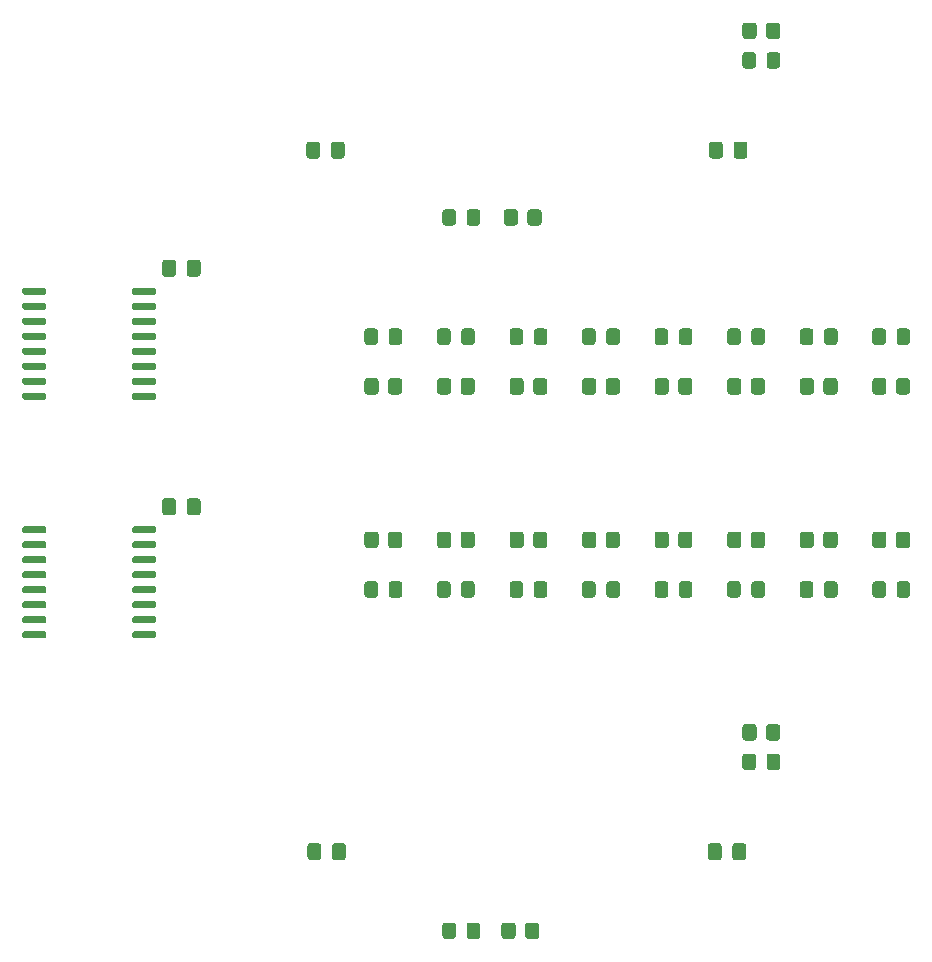
<source format=gtp>
G04 #@! TF.GenerationSoftware,KiCad,Pcbnew,(5.1.9)-1*
G04 #@! TF.CreationDate,2021-10-03T23:50:10-04:00*
G04 #@! TF.ProjectId,ab-register,61622d72-6567-4697-9374-65722e6b6963,1.0*
G04 #@! TF.SameCoordinates,Original*
G04 #@! TF.FileFunction,Paste,Top*
G04 #@! TF.FilePolarity,Positive*
%FSLAX46Y46*%
G04 Gerber Fmt 4.6, Leading zero omitted, Abs format (unit mm)*
G04 Created by KiCad (PCBNEW (5.1.9)-1) date 2021-10-03 23:50:10*
%MOMM*%
%LPD*%
G01*
G04 APERTURE LIST*
G04 APERTURE END LIST*
G36*
G01*
X159700000Y-113349999D02*
X159700000Y-114250001D01*
G75*
G02*
X159450001Y-114500000I-249999J0D01*
G01*
X158749999Y-114500000D01*
G75*
G02*
X158500000Y-114250001I0J249999D01*
G01*
X158500000Y-113349999D01*
G75*
G02*
X158749999Y-113100000I249999J0D01*
G01*
X159450001Y-113100000D01*
G75*
G02*
X159700000Y-113349999I0J-249999D01*
G01*
G37*
G36*
G01*
X161700000Y-113349999D02*
X161700000Y-114250001D01*
G75*
G02*
X161450001Y-114500000I-249999J0D01*
G01*
X160749999Y-114500000D01*
G75*
G02*
X160500000Y-114250001I0J249999D01*
G01*
X160500000Y-113349999D01*
G75*
G02*
X160749999Y-113100000I249999J0D01*
G01*
X161450001Y-113100000D01*
G75*
G02*
X161700000Y-113349999I0J-249999D01*
G01*
G37*
G36*
G01*
X159700000Y-53949999D02*
X159700000Y-54850001D01*
G75*
G02*
X159450001Y-55100000I-249999J0D01*
G01*
X158749999Y-55100000D01*
G75*
G02*
X158500000Y-54850001I0J249999D01*
G01*
X158500000Y-53949999D01*
G75*
G02*
X158749999Y-53700000I249999J0D01*
G01*
X159450001Y-53700000D01*
G75*
G02*
X159700000Y-53949999I0J-249999D01*
G01*
G37*
G36*
G01*
X161700000Y-53949999D02*
X161700000Y-54850001D01*
G75*
G02*
X161450001Y-55100000I-249999J0D01*
G01*
X160749999Y-55100000D01*
G75*
G02*
X160500000Y-54850001I0J249999D01*
G01*
X160500000Y-53949999D01*
G75*
G02*
X160749999Y-53700000I249999J0D01*
G01*
X161450001Y-53700000D01*
G75*
G02*
X161700000Y-53949999I0J-249999D01*
G01*
G37*
G36*
G01*
X140100000Y-131050001D02*
X140100000Y-130149999D01*
G75*
G02*
X140349999Y-129900000I249999J0D01*
G01*
X141050001Y-129900000D01*
G75*
G02*
X141300000Y-130149999I0J-249999D01*
G01*
X141300000Y-131050001D01*
G75*
G02*
X141050001Y-131300000I-249999J0D01*
G01*
X140349999Y-131300000D01*
G75*
G02*
X140100000Y-131050001I0J249999D01*
G01*
G37*
G36*
G01*
X138100000Y-131050001D02*
X138100000Y-130149999D01*
G75*
G02*
X138349999Y-129900000I249999J0D01*
G01*
X139050001Y-129900000D01*
G75*
G02*
X139300000Y-130149999I0J-249999D01*
G01*
X139300000Y-131050001D01*
G75*
G02*
X139050001Y-131300000I-249999J0D01*
G01*
X138349999Y-131300000D01*
G75*
G02*
X138100000Y-131050001I0J249999D01*
G01*
G37*
G36*
G01*
X140300000Y-70650001D02*
X140300000Y-69749999D01*
G75*
G02*
X140549999Y-69500000I249999J0D01*
G01*
X141250001Y-69500000D01*
G75*
G02*
X141500000Y-69749999I0J-249999D01*
G01*
X141500000Y-70650001D01*
G75*
G02*
X141250001Y-70900000I-249999J0D01*
G01*
X140549999Y-70900000D01*
G75*
G02*
X140300000Y-70650001I0J249999D01*
G01*
G37*
G36*
G01*
X138300000Y-70650001D02*
X138300000Y-69749999D01*
G75*
G02*
X138549999Y-69500000I249999J0D01*
G01*
X139250001Y-69500000D01*
G75*
G02*
X139500000Y-69749999I0J-249999D01*
G01*
X139500000Y-70650001D01*
G75*
G02*
X139250001Y-70900000I-249999J0D01*
G01*
X138549999Y-70900000D01*
G75*
G02*
X138300000Y-70650001I0J249999D01*
G01*
G37*
G36*
G01*
X160550000Y-116750001D02*
X160550000Y-115849999D01*
G75*
G02*
X160799999Y-115600000I249999J0D01*
G01*
X161450001Y-115600000D01*
G75*
G02*
X161700000Y-115849999I0J-249999D01*
G01*
X161700000Y-116750001D01*
G75*
G02*
X161450001Y-117000000I-249999J0D01*
G01*
X160799999Y-117000000D01*
G75*
G02*
X160550000Y-116750001I0J249999D01*
G01*
G37*
G36*
G01*
X158500000Y-116750001D02*
X158500000Y-115849999D01*
G75*
G02*
X158749999Y-115600000I249999J0D01*
G01*
X159400001Y-115600000D01*
G75*
G02*
X159650000Y-115849999I0J-249999D01*
G01*
X159650000Y-116750001D01*
G75*
G02*
X159400001Y-117000000I-249999J0D01*
G01*
X158749999Y-117000000D01*
G75*
G02*
X158500000Y-116750001I0J249999D01*
G01*
G37*
G36*
G01*
X160550000Y-57350001D02*
X160550000Y-56449999D01*
G75*
G02*
X160799999Y-56200000I249999J0D01*
G01*
X161450001Y-56200000D01*
G75*
G02*
X161700000Y-56449999I0J-249999D01*
G01*
X161700000Y-57350001D01*
G75*
G02*
X161450001Y-57600000I-249999J0D01*
G01*
X160799999Y-57600000D01*
G75*
G02*
X160550000Y-57350001I0J249999D01*
G01*
G37*
G36*
G01*
X158500000Y-57350001D02*
X158500000Y-56449999D01*
G75*
G02*
X158749999Y-56200000I249999J0D01*
G01*
X159400001Y-56200000D01*
G75*
G02*
X159650000Y-56449999I0J-249999D01*
G01*
X159650000Y-57350001D01*
G75*
G02*
X159400001Y-57600000I-249999J0D01*
G01*
X158749999Y-57600000D01*
G75*
G02*
X158500000Y-57350001I0J249999D01*
G01*
G37*
G36*
G01*
X135150000Y-131050001D02*
X135150000Y-130149999D01*
G75*
G02*
X135399999Y-129900000I249999J0D01*
G01*
X136050001Y-129900000D01*
G75*
G02*
X136300000Y-130149999I0J-249999D01*
G01*
X136300000Y-131050001D01*
G75*
G02*
X136050001Y-131300000I-249999J0D01*
G01*
X135399999Y-131300000D01*
G75*
G02*
X135150000Y-131050001I0J249999D01*
G01*
G37*
G36*
G01*
X133100000Y-131050001D02*
X133100000Y-130149999D01*
G75*
G02*
X133349999Y-129900000I249999J0D01*
G01*
X134000001Y-129900000D01*
G75*
G02*
X134250000Y-130149999I0J-249999D01*
G01*
X134250000Y-131050001D01*
G75*
G02*
X134000001Y-131300000I-249999J0D01*
G01*
X133349999Y-131300000D01*
G75*
G02*
X133100000Y-131050001I0J249999D01*
G01*
G37*
G36*
G01*
X135150000Y-70650001D02*
X135150000Y-69749999D01*
G75*
G02*
X135399999Y-69500000I249999J0D01*
G01*
X136050001Y-69500000D01*
G75*
G02*
X136300000Y-69749999I0J-249999D01*
G01*
X136300000Y-70650001D01*
G75*
G02*
X136050001Y-70900000I-249999J0D01*
G01*
X135399999Y-70900000D01*
G75*
G02*
X135150000Y-70650001I0J249999D01*
G01*
G37*
G36*
G01*
X133100000Y-70650001D02*
X133100000Y-69749999D01*
G75*
G02*
X133349999Y-69500000I249999J0D01*
G01*
X134000001Y-69500000D01*
G75*
G02*
X134250000Y-69749999I0J-249999D01*
G01*
X134250000Y-70650001D01*
G75*
G02*
X134000001Y-70900000I-249999J0D01*
G01*
X133349999Y-70900000D01*
G75*
G02*
X133100000Y-70650001I0J249999D01*
G01*
G37*
G36*
G01*
X122850000Y-123425000D02*
X122850000Y-124375000D01*
G75*
G02*
X122600000Y-124625000I-250000J0D01*
G01*
X121925000Y-124625000D01*
G75*
G02*
X121675000Y-124375000I0J250000D01*
G01*
X121675000Y-123425000D01*
G75*
G02*
X121925000Y-123175000I250000J0D01*
G01*
X122600000Y-123175000D01*
G75*
G02*
X122850000Y-123425000I0J-250000D01*
G01*
G37*
G36*
G01*
X124925000Y-123425000D02*
X124925000Y-124375000D01*
G75*
G02*
X124675000Y-124625000I-250000J0D01*
G01*
X124000000Y-124625000D01*
G75*
G02*
X123750000Y-124375000I0J250000D01*
G01*
X123750000Y-123425000D01*
G75*
G02*
X124000000Y-123175000I250000J0D01*
G01*
X124675000Y-123175000D01*
G75*
G02*
X124925000Y-123425000I0J-250000D01*
G01*
G37*
G36*
G01*
X156750000Y-123425000D02*
X156750000Y-124375000D01*
G75*
G02*
X156500000Y-124625000I-250000J0D01*
G01*
X155825000Y-124625000D01*
G75*
G02*
X155575000Y-124375000I0J250000D01*
G01*
X155575000Y-123425000D01*
G75*
G02*
X155825000Y-123175000I250000J0D01*
G01*
X156500000Y-123175000D01*
G75*
G02*
X156750000Y-123425000I0J-250000D01*
G01*
G37*
G36*
G01*
X158825000Y-123425000D02*
X158825000Y-124375000D01*
G75*
G02*
X158575000Y-124625000I-250000J0D01*
G01*
X157900000Y-124625000D01*
G75*
G02*
X157650000Y-124375000I0J250000D01*
G01*
X157650000Y-123425000D01*
G75*
G02*
X157900000Y-123175000I250000J0D01*
G01*
X158575000Y-123175000D01*
G75*
G02*
X158825000Y-123425000I0J-250000D01*
G01*
G37*
G36*
G01*
X122750000Y-64025000D02*
X122750000Y-64975000D01*
G75*
G02*
X122500000Y-65225000I-250000J0D01*
G01*
X121825000Y-65225000D01*
G75*
G02*
X121575000Y-64975000I0J250000D01*
G01*
X121575000Y-64025000D01*
G75*
G02*
X121825000Y-63775000I250000J0D01*
G01*
X122500000Y-63775000D01*
G75*
G02*
X122750000Y-64025000I0J-250000D01*
G01*
G37*
G36*
G01*
X124825000Y-64025000D02*
X124825000Y-64975000D01*
G75*
G02*
X124575000Y-65225000I-250000J0D01*
G01*
X123900000Y-65225000D01*
G75*
G02*
X123650000Y-64975000I0J250000D01*
G01*
X123650000Y-64025000D01*
G75*
G02*
X123900000Y-63775000I250000J0D01*
G01*
X124575000Y-63775000D01*
G75*
G02*
X124825000Y-64025000I0J-250000D01*
G01*
G37*
G36*
G01*
X156850000Y-64025000D02*
X156850000Y-64975000D01*
G75*
G02*
X156600000Y-65225000I-250000J0D01*
G01*
X155925000Y-65225000D01*
G75*
G02*
X155675000Y-64975000I0J250000D01*
G01*
X155675000Y-64025000D01*
G75*
G02*
X155925000Y-63775000I250000J0D01*
G01*
X156600000Y-63775000D01*
G75*
G02*
X156850000Y-64025000I0J-250000D01*
G01*
G37*
G36*
G01*
X158925000Y-64025000D02*
X158925000Y-64975000D01*
G75*
G02*
X158675000Y-65225000I-250000J0D01*
G01*
X158000000Y-65225000D01*
G75*
G02*
X157750000Y-64975000I0J250000D01*
G01*
X157750000Y-64025000D01*
G75*
G02*
X158000000Y-63775000I250000J0D01*
G01*
X158675000Y-63775000D01*
G75*
G02*
X158925000Y-64025000I0J-250000D01*
G01*
G37*
G36*
G01*
X110550000Y-94225000D02*
X110550000Y-95175000D01*
G75*
G02*
X110300000Y-95425000I-250000J0D01*
G01*
X109625000Y-95425000D01*
G75*
G02*
X109375000Y-95175000I0J250000D01*
G01*
X109375000Y-94225000D01*
G75*
G02*
X109625000Y-93975000I250000J0D01*
G01*
X110300000Y-93975000D01*
G75*
G02*
X110550000Y-94225000I0J-250000D01*
G01*
G37*
G36*
G01*
X112625000Y-94225000D02*
X112625000Y-95175000D01*
G75*
G02*
X112375000Y-95425000I-250000J0D01*
G01*
X111700000Y-95425000D01*
G75*
G02*
X111450000Y-95175000I0J250000D01*
G01*
X111450000Y-94225000D01*
G75*
G02*
X111700000Y-93975000I250000J0D01*
G01*
X112375000Y-93975000D01*
G75*
G02*
X112625000Y-94225000I0J-250000D01*
G01*
G37*
G36*
G01*
X110550000Y-74025000D02*
X110550000Y-74975000D01*
G75*
G02*
X110300000Y-75225000I-250000J0D01*
G01*
X109625000Y-75225000D01*
G75*
G02*
X109375000Y-74975000I0J250000D01*
G01*
X109375000Y-74025000D01*
G75*
G02*
X109625000Y-73775000I250000J0D01*
G01*
X110300000Y-73775000D01*
G75*
G02*
X110550000Y-74025000I0J-250000D01*
G01*
G37*
G36*
G01*
X112625000Y-74025000D02*
X112625000Y-74975000D01*
G75*
G02*
X112375000Y-75225000I-250000J0D01*
G01*
X111700000Y-75225000D01*
G75*
G02*
X111450000Y-74975000I0J250000D01*
G01*
X111450000Y-74025000D01*
G75*
G02*
X111700000Y-73775000I250000J0D01*
G01*
X112375000Y-73775000D01*
G75*
G02*
X112625000Y-74025000I0J-250000D01*
G01*
G37*
G36*
G01*
X106825000Y-96805000D02*
X106825000Y-96505000D01*
G75*
G02*
X106975000Y-96355000I150000J0D01*
G01*
X108725000Y-96355000D01*
G75*
G02*
X108875000Y-96505000I0J-150000D01*
G01*
X108875000Y-96805000D01*
G75*
G02*
X108725000Y-96955000I-150000J0D01*
G01*
X106975000Y-96955000D01*
G75*
G02*
X106825000Y-96805000I0J150000D01*
G01*
G37*
G36*
G01*
X106825000Y-98075000D02*
X106825000Y-97775000D01*
G75*
G02*
X106975000Y-97625000I150000J0D01*
G01*
X108725000Y-97625000D01*
G75*
G02*
X108875000Y-97775000I0J-150000D01*
G01*
X108875000Y-98075000D01*
G75*
G02*
X108725000Y-98225000I-150000J0D01*
G01*
X106975000Y-98225000D01*
G75*
G02*
X106825000Y-98075000I0J150000D01*
G01*
G37*
G36*
G01*
X106825000Y-99345000D02*
X106825000Y-99045000D01*
G75*
G02*
X106975000Y-98895000I150000J0D01*
G01*
X108725000Y-98895000D01*
G75*
G02*
X108875000Y-99045000I0J-150000D01*
G01*
X108875000Y-99345000D01*
G75*
G02*
X108725000Y-99495000I-150000J0D01*
G01*
X106975000Y-99495000D01*
G75*
G02*
X106825000Y-99345000I0J150000D01*
G01*
G37*
G36*
G01*
X106825000Y-100615000D02*
X106825000Y-100315000D01*
G75*
G02*
X106975000Y-100165000I150000J0D01*
G01*
X108725000Y-100165000D01*
G75*
G02*
X108875000Y-100315000I0J-150000D01*
G01*
X108875000Y-100615000D01*
G75*
G02*
X108725000Y-100765000I-150000J0D01*
G01*
X106975000Y-100765000D01*
G75*
G02*
X106825000Y-100615000I0J150000D01*
G01*
G37*
G36*
G01*
X106825000Y-101885000D02*
X106825000Y-101585000D01*
G75*
G02*
X106975000Y-101435000I150000J0D01*
G01*
X108725000Y-101435000D01*
G75*
G02*
X108875000Y-101585000I0J-150000D01*
G01*
X108875000Y-101885000D01*
G75*
G02*
X108725000Y-102035000I-150000J0D01*
G01*
X106975000Y-102035000D01*
G75*
G02*
X106825000Y-101885000I0J150000D01*
G01*
G37*
G36*
G01*
X106825000Y-103155000D02*
X106825000Y-102855000D01*
G75*
G02*
X106975000Y-102705000I150000J0D01*
G01*
X108725000Y-102705000D01*
G75*
G02*
X108875000Y-102855000I0J-150000D01*
G01*
X108875000Y-103155000D01*
G75*
G02*
X108725000Y-103305000I-150000J0D01*
G01*
X106975000Y-103305000D01*
G75*
G02*
X106825000Y-103155000I0J150000D01*
G01*
G37*
G36*
G01*
X106825000Y-104425000D02*
X106825000Y-104125000D01*
G75*
G02*
X106975000Y-103975000I150000J0D01*
G01*
X108725000Y-103975000D01*
G75*
G02*
X108875000Y-104125000I0J-150000D01*
G01*
X108875000Y-104425000D01*
G75*
G02*
X108725000Y-104575000I-150000J0D01*
G01*
X106975000Y-104575000D01*
G75*
G02*
X106825000Y-104425000I0J150000D01*
G01*
G37*
G36*
G01*
X106825000Y-105695000D02*
X106825000Y-105395000D01*
G75*
G02*
X106975000Y-105245000I150000J0D01*
G01*
X108725000Y-105245000D01*
G75*
G02*
X108875000Y-105395000I0J-150000D01*
G01*
X108875000Y-105695000D01*
G75*
G02*
X108725000Y-105845000I-150000J0D01*
G01*
X106975000Y-105845000D01*
G75*
G02*
X106825000Y-105695000I0J150000D01*
G01*
G37*
G36*
G01*
X97525000Y-105695000D02*
X97525000Y-105395000D01*
G75*
G02*
X97675000Y-105245000I150000J0D01*
G01*
X99425000Y-105245000D01*
G75*
G02*
X99575000Y-105395000I0J-150000D01*
G01*
X99575000Y-105695000D01*
G75*
G02*
X99425000Y-105845000I-150000J0D01*
G01*
X97675000Y-105845000D01*
G75*
G02*
X97525000Y-105695000I0J150000D01*
G01*
G37*
G36*
G01*
X97525000Y-104425000D02*
X97525000Y-104125000D01*
G75*
G02*
X97675000Y-103975000I150000J0D01*
G01*
X99425000Y-103975000D01*
G75*
G02*
X99575000Y-104125000I0J-150000D01*
G01*
X99575000Y-104425000D01*
G75*
G02*
X99425000Y-104575000I-150000J0D01*
G01*
X97675000Y-104575000D01*
G75*
G02*
X97525000Y-104425000I0J150000D01*
G01*
G37*
G36*
G01*
X97525000Y-103155000D02*
X97525000Y-102855000D01*
G75*
G02*
X97675000Y-102705000I150000J0D01*
G01*
X99425000Y-102705000D01*
G75*
G02*
X99575000Y-102855000I0J-150000D01*
G01*
X99575000Y-103155000D01*
G75*
G02*
X99425000Y-103305000I-150000J0D01*
G01*
X97675000Y-103305000D01*
G75*
G02*
X97525000Y-103155000I0J150000D01*
G01*
G37*
G36*
G01*
X97525000Y-101885000D02*
X97525000Y-101585000D01*
G75*
G02*
X97675000Y-101435000I150000J0D01*
G01*
X99425000Y-101435000D01*
G75*
G02*
X99575000Y-101585000I0J-150000D01*
G01*
X99575000Y-101885000D01*
G75*
G02*
X99425000Y-102035000I-150000J0D01*
G01*
X97675000Y-102035000D01*
G75*
G02*
X97525000Y-101885000I0J150000D01*
G01*
G37*
G36*
G01*
X97525000Y-100615000D02*
X97525000Y-100315000D01*
G75*
G02*
X97675000Y-100165000I150000J0D01*
G01*
X99425000Y-100165000D01*
G75*
G02*
X99575000Y-100315000I0J-150000D01*
G01*
X99575000Y-100615000D01*
G75*
G02*
X99425000Y-100765000I-150000J0D01*
G01*
X97675000Y-100765000D01*
G75*
G02*
X97525000Y-100615000I0J150000D01*
G01*
G37*
G36*
G01*
X97525000Y-99345000D02*
X97525000Y-99045000D01*
G75*
G02*
X97675000Y-98895000I150000J0D01*
G01*
X99425000Y-98895000D01*
G75*
G02*
X99575000Y-99045000I0J-150000D01*
G01*
X99575000Y-99345000D01*
G75*
G02*
X99425000Y-99495000I-150000J0D01*
G01*
X97675000Y-99495000D01*
G75*
G02*
X97525000Y-99345000I0J150000D01*
G01*
G37*
G36*
G01*
X97525000Y-98075000D02*
X97525000Y-97775000D01*
G75*
G02*
X97675000Y-97625000I150000J0D01*
G01*
X99425000Y-97625000D01*
G75*
G02*
X99575000Y-97775000I0J-150000D01*
G01*
X99575000Y-98075000D01*
G75*
G02*
X99425000Y-98225000I-150000J0D01*
G01*
X97675000Y-98225000D01*
G75*
G02*
X97525000Y-98075000I0J150000D01*
G01*
G37*
G36*
G01*
X97525000Y-96805000D02*
X97525000Y-96505000D01*
G75*
G02*
X97675000Y-96355000I150000J0D01*
G01*
X99425000Y-96355000D01*
G75*
G02*
X99575000Y-96505000I0J-150000D01*
G01*
X99575000Y-96805000D01*
G75*
G02*
X99425000Y-96955000I-150000J0D01*
G01*
X97675000Y-96955000D01*
G75*
G02*
X97525000Y-96805000I0J150000D01*
G01*
G37*
G36*
G01*
X106825000Y-76605000D02*
X106825000Y-76305000D01*
G75*
G02*
X106975000Y-76155000I150000J0D01*
G01*
X108725000Y-76155000D01*
G75*
G02*
X108875000Y-76305000I0J-150000D01*
G01*
X108875000Y-76605000D01*
G75*
G02*
X108725000Y-76755000I-150000J0D01*
G01*
X106975000Y-76755000D01*
G75*
G02*
X106825000Y-76605000I0J150000D01*
G01*
G37*
G36*
G01*
X106825000Y-77875000D02*
X106825000Y-77575000D01*
G75*
G02*
X106975000Y-77425000I150000J0D01*
G01*
X108725000Y-77425000D01*
G75*
G02*
X108875000Y-77575000I0J-150000D01*
G01*
X108875000Y-77875000D01*
G75*
G02*
X108725000Y-78025000I-150000J0D01*
G01*
X106975000Y-78025000D01*
G75*
G02*
X106825000Y-77875000I0J150000D01*
G01*
G37*
G36*
G01*
X106825000Y-79145000D02*
X106825000Y-78845000D01*
G75*
G02*
X106975000Y-78695000I150000J0D01*
G01*
X108725000Y-78695000D01*
G75*
G02*
X108875000Y-78845000I0J-150000D01*
G01*
X108875000Y-79145000D01*
G75*
G02*
X108725000Y-79295000I-150000J0D01*
G01*
X106975000Y-79295000D01*
G75*
G02*
X106825000Y-79145000I0J150000D01*
G01*
G37*
G36*
G01*
X106825000Y-80415000D02*
X106825000Y-80115000D01*
G75*
G02*
X106975000Y-79965000I150000J0D01*
G01*
X108725000Y-79965000D01*
G75*
G02*
X108875000Y-80115000I0J-150000D01*
G01*
X108875000Y-80415000D01*
G75*
G02*
X108725000Y-80565000I-150000J0D01*
G01*
X106975000Y-80565000D01*
G75*
G02*
X106825000Y-80415000I0J150000D01*
G01*
G37*
G36*
G01*
X106825000Y-81685000D02*
X106825000Y-81385000D01*
G75*
G02*
X106975000Y-81235000I150000J0D01*
G01*
X108725000Y-81235000D01*
G75*
G02*
X108875000Y-81385000I0J-150000D01*
G01*
X108875000Y-81685000D01*
G75*
G02*
X108725000Y-81835000I-150000J0D01*
G01*
X106975000Y-81835000D01*
G75*
G02*
X106825000Y-81685000I0J150000D01*
G01*
G37*
G36*
G01*
X106825000Y-82955000D02*
X106825000Y-82655000D01*
G75*
G02*
X106975000Y-82505000I150000J0D01*
G01*
X108725000Y-82505000D01*
G75*
G02*
X108875000Y-82655000I0J-150000D01*
G01*
X108875000Y-82955000D01*
G75*
G02*
X108725000Y-83105000I-150000J0D01*
G01*
X106975000Y-83105000D01*
G75*
G02*
X106825000Y-82955000I0J150000D01*
G01*
G37*
G36*
G01*
X106825000Y-84225000D02*
X106825000Y-83925000D01*
G75*
G02*
X106975000Y-83775000I150000J0D01*
G01*
X108725000Y-83775000D01*
G75*
G02*
X108875000Y-83925000I0J-150000D01*
G01*
X108875000Y-84225000D01*
G75*
G02*
X108725000Y-84375000I-150000J0D01*
G01*
X106975000Y-84375000D01*
G75*
G02*
X106825000Y-84225000I0J150000D01*
G01*
G37*
G36*
G01*
X106825000Y-85495000D02*
X106825000Y-85195000D01*
G75*
G02*
X106975000Y-85045000I150000J0D01*
G01*
X108725000Y-85045000D01*
G75*
G02*
X108875000Y-85195000I0J-150000D01*
G01*
X108875000Y-85495000D01*
G75*
G02*
X108725000Y-85645000I-150000J0D01*
G01*
X106975000Y-85645000D01*
G75*
G02*
X106825000Y-85495000I0J150000D01*
G01*
G37*
G36*
G01*
X97525000Y-85495000D02*
X97525000Y-85195000D01*
G75*
G02*
X97675000Y-85045000I150000J0D01*
G01*
X99425000Y-85045000D01*
G75*
G02*
X99575000Y-85195000I0J-150000D01*
G01*
X99575000Y-85495000D01*
G75*
G02*
X99425000Y-85645000I-150000J0D01*
G01*
X97675000Y-85645000D01*
G75*
G02*
X97525000Y-85495000I0J150000D01*
G01*
G37*
G36*
G01*
X97525000Y-84225000D02*
X97525000Y-83925000D01*
G75*
G02*
X97675000Y-83775000I150000J0D01*
G01*
X99425000Y-83775000D01*
G75*
G02*
X99575000Y-83925000I0J-150000D01*
G01*
X99575000Y-84225000D01*
G75*
G02*
X99425000Y-84375000I-150000J0D01*
G01*
X97675000Y-84375000D01*
G75*
G02*
X97525000Y-84225000I0J150000D01*
G01*
G37*
G36*
G01*
X97525000Y-82955000D02*
X97525000Y-82655000D01*
G75*
G02*
X97675000Y-82505000I150000J0D01*
G01*
X99425000Y-82505000D01*
G75*
G02*
X99575000Y-82655000I0J-150000D01*
G01*
X99575000Y-82955000D01*
G75*
G02*
X99425000Y-83105000I-150000J0D01*
G01*
X97675000Y-83105000D01*
G75*
G02*
X97525000Y-82955000I0J150000D01*
G01*
G37*
G36*
G01*
X97525000Y-81685000D02*
X97525000Y-81385000D01*
G75*
G02*
X97675000Y-81235000I150000J0D01*
G01*
X99425000Y-81235000D01*
G75*
G02*
X99575000Y-81385000I0J-150000D01*
G01*
X99575000Y-81685000D01*
G75*
G02*
X99425000Y-81835000I-150000J0D01*
G01*
X97675000Y-81835000D01*
G75*
G02*
X97525000Y-81685000I0J150000D01*
G01*
G37*
G36*
G01*
X97525000Y-80415000D02*
X97525000Y-80115000D01*
G75*
G02*
X97675000Y-79965000I150000J0D01*
G01*
X99425000Y-79965000D01*
G75*
G02*
X99575000Y-80115000I0J-150000D01*
G01*
X99575000Y-80415000D01*
G75*
G02*
X99425000Y-80565000I-150000J0D01*
G01*
X97675000Y-80565000D01*
G75*
G02*
X97525000Y-80415000I0J150000D01*
G01*
G37*
G36*
G01*
X97525000Y-79145000D02*
X97525000Y-78845000D01*
G75*
G02*
X97675000Y-78695000I150000J0D01*
G01*
X99425000Y-78695000D01*
G75*
G02*
X99575000Y-78845000I0J-150000D01*
G01*
X99575000Y-79145000D01*
G75*
G02*
X99425000Y-79295000I-150000J0D01*
G01*
X97675000Y-79295000D01*
G75*
G02*
X97525000Y-79145000I0J150000D01*
G01*
G37*
G36*
G01*
X97525000Y-77875000D02*
X97525000Y-77575000D01*
G75*
G02*
X97675000Y-77425000I150000J0D01*
G01*
X99425000Y-77425000D01*
G75*
G02*
X99575000Y-77575000I0J-150000D01*
G01*
X99575000Y-77875000D01*
G75*
G02*
X99425000Y-78025000I-150000J0D01*
G01*
X97675000Y-78025000D01*
G75*
G02*
X97525000Y-77875000I0J150000D01*
G01*
G37*
G36*
G01*
X97525000Y-76605000D02*
X97525000Y-76305000D01*
G75*
G02*
X97675000Y-76155000I150000J0D01*
G01*
X99425000Y-76155000D01*
G75*
G02*
X99575000Y-76305000I0J-150000D01*
G01*
X99575000Y-76605000D01*
G75*
G02*
X99425000Y-76755000I-150000J0D01*
G01*
X97675000Y-76755000D01*
G75*
G02*
X97525000Y-76605000I0J150000D01*
G01*
G37*
G36*
G01*
X128500000Y-97950001D02*
X128500000Y-97049999D01*
G75*
G02*
X128749999Y-96800000I249999J0D01*
G01*
X129450001Y-96800000D01*
G75*
G02*
X129700000Y-97049999I0J-249999D01*
G01*
X129700000Y-97950001D01*
G75*
G02*
X129450001Y-98200000I-249999J0D01*
G01*
X128749999Y-98200000D01*
G75*
G02*
X128500000Y-97950001I0J249999D01*
G01*
G37*
G36*
G01*
X126500000Y-97950001D02*
X126500000Y-97049999D01*
G75*
G02*
X126749999Y-96800000I249999J0D01*
G01*
X127450001Y-96800000D01*
G75*
G02*
X127700000Y-97049999I0J-249999D01*
G01*
X127700000Y-97950001D01*
G75*
G02*
X127450001Y-98200000I-249999J0D01*
G01*
X126749999Y-98200000D01*
G75*
G02*
X126500000Y-97950001I0J249999D01*
G01*
G37*
G36*
G01*
X134642857Y-97950001D02*
X134642857Y-97049999D01*
G75*
G02*
X134892856Y-96800000I249999J0D01*
G01*
X135592858Y-96800000D01*
G75*
G02*
X135842857Y-97049999I0J-249999D01*
G01*
X135842857Y-97950001D01*
G75*
G02*
X135592858Y-98200000I-249999J0D01*
G01*
X134892856Y-98200000D01*
G75*
G02*
X134642857Y-97950001I0J249999D01*
G01*
G37*
G36*
G01*
X132642857Y-97950001D02*
X132642857Y-97049999D01*
G75*
G02*
X132892856Y-96800000I249999J0D01*
G01*
X133592858Y-96800000D01*
G75*
G02*
X133842857Y-97049999I0J-249999D01*
G01*
X133842857Y-97950001D01*
G75*
G02*
X133592858Y-98200000I-249999J0D01*
G01*
X132892856Y-98200000D01*
G75*
G02*
X132642857Y-97950001I0J249999D01*
G01*
G37*
G36*
G01*
X140785714Y-97950001D02*
X140785714Y-97049999D01*
G75*
G02*
X141035713Y-96800000I249999J0D01*
G01*
X141735715Y-96800000D01*
G75*
G02*
X141985714Y-97049999I0J-249999D01*
G01*
X141985714Y-97950001D01*
G75*
G02*
X141735715Y-98200000I-249999J0D01*
G01*
X141035713Y-98200000D01*
G75*
G02*
X140785714Y-97950001I0J249999D01*
G01*
G37*
G36*
G01*
X138785714Y-97950001D02*
X138785714Y-97049999D01*
G75*
G02*
X139035713Y-96800000I249999J0D01*
G01*
X139735715Y-96800000D01*
G75*
G02*
X139985714Y-97049999I0J-249999D01*
G01*
X139985714Y-97950001D01*
G75*
G02*
X139735715Y-98200000I-249999J0D01*
G01*
X139035713Y-98200000D01*
G75*
G02*
X138785714Y-97950001I0J249999D01*
G01*
G37*
G36*
G01*
X146928571Y-97950001D02*
X146928571Y-97049999D01*
G75*
G02*
X147178570Y-96800000I249999J0D01*
G01*
X147878572Y-96800000D01*
G75*
G02*
X148128571Y-97049999I0J-249999D01*
G01*
X148128571Y-97950001D01*
G75*
G02*
X147878572Y-98200000I-249999J0D01*
G01*
X147178570Y-98200000D01*
G75*
G02*
X146928571Y-97950001I0J249999D01*
G01*
G37*
G36*
G01*
X144928571Y-97950001D02*
X144928571Y-97049999D01*
G75*
G02*
X145178570Y-96800000I249999J0D01*
G01*
X145878572Y-96800000D01*
G75*
G02*
X146128571Y-97049999I0J-249999D01*
G01*
X146128571Y-97950001D01*
G75*
G02*
X145878572Y-98200000I-249999J0D01*
G01*
X145178570Y-98200000D01*
G75*
G02*
X144928571Y-97950001I0J249999D01*
G01*
G37*
G36*
G01*
X153071428Y-97950001D02*
X153071428Y-97049999D01*
G75*
G02*
X153321427Y-96800000I249999J0D01*
G01*
X154021429Y-96800000D01*
G75*
G02*
X154271428Y-97049999I0J-249999D01*
G01*
X154271428Y-97950001D01*
G75*
G02*
X154021429Y-98200000I-249999J0D01*
G01*
X153321427Y-98200000D01*
G75*
G02*
X153071428Y-97950001I0J249999D01*
G01*
G37*
G36*
G01*
X151071428Y-97950001D02*
X151071428Y-97049999D01*
G75*
G02*
X151321427Y-96800000I249999J0D01*
G01*
X152021429Y-96800000D01*
G75*
G02*
X152271428Y-97049999I0J-249999D01*
G01*
X152271428Y-97950001D01*
G75*
G02*
X152021429Y-98200000I-249999J0D01*
G01*
X151321427Y-98200000D01*
G75*
G02*
X151071428Y-97950001I0J249999D01*
G01*
G37*
G36*
G01*
X159214285Y-97950001D02*
X159214285Y-97049999D01*
G75*
G02*
X159464284Y-96800000I249999J0D01*
G01*
X160164286Y-96800000D01*
G75*
G02*
X160414285Y-97049999I0J-249999D01*
G01*
X160414285Y-97950001D01*
G75*
G02*
X160164286Y-98200000I-249999J0D01*
G01*
X159464284Y-98200000D01*
G75*
G02*
X159214285Y-97950001I0J249999D01*
G01*
G37*
G36*
G01*
X157214285Y-97950001D02*
X157214285Y-97049999D01*
G75*
G02*
X157464284Y-96800000I249999J0D01*
G01*
X158164286Y-96800000D01*
G75*
G02*
X158414285Y-97049999I0J-249999D01*
G01*
X158414285Y-97950001D01*
G75*
G02*
X158164286Y-98200000I-249999J0D01*
G01*
X157464284Y-98200000D01*
G75*
G02*
X157214285Y-97950001I0J249999D01*
G01*
G37*
G36*
G01*
X165357142Y-97950001D02*
X165357142Y-97049999D01*
G75*
G02*
X165607141Y-96800000I249999J0D01*
G01*
X166307143Y-96800000D01*
G75*
G02*
X166557142Y-97049999I0J-249999D01*
G01*
X166557142Y-97950001D01*
G75*
G02*
X166307143Y-98200000I-249999J0D01*
G01*
X165607141Y-98200000D01*
G75*
G02*
X165357142Y-97950001I0J249999D01*
G01*
G37*
G36*
G01*
X163357142Y-97950001D02*
X163357142Y-97049999D01*
G75*
G02*
X163607141Y-96800000I249999J0D01*
G01*
X164307143Y-96800000D01*
G75*
G02*
X164557142Y-97049999I0J-249999D01*
G01*
X164557142Y-97950001D01*
G75*
G02*
X164307143Y-98200000I-249999J0D01*
G01*
X163607141Y-98200000D01*
G75*
G02*
X163357142Y-97950001I0J249999D01*
G01*
G37*
G36*
G01*
X171500000Y-97950001D02*
X171500000Y-97049999D01*
G75*
G02*
X171749999Y-96800000I249999J0D01*
G01*
X172450001Y-96800000D01*
G75*
G02*
X172700000Y-97049999I0J-249999D01*
G01*
X172700000Y-97950001D01*
G75*
G02*
X172450001Y-98200000I-249999J0D01*
G01*
X171749999Y-98200000D01*
G75*
G02*
X171500000Y-97950001I0J249999D01*
G01*
G37*
G36*
G01*
X169500000Y-97950001D02*
X169500000Y-97049999D01*
G75*
G02*
X169749999Y-96800000I249999J0D01*
G01*
X170450001Y-96800000D01*
G75*
G02*
X170700000Y-97049999I0J-249999D01*
G01*
X170700000Y-97950001D01*
G75*
G02*
X170450001Y-98200000I-249999J0D01*
G01*
X169749999Y-98200000D01*
G75*
G02*
X169500000Y-97950001I0J249999D01*
G01*
G37*
G36*
G01*
X128500000Y-84950001D02*
X128500000Y-84049999D01*
G75*
G02*
X128749999Y-83800000I249999J0D01*
G01*
X129450001Y-83800000D01*
G75*
G02*
X129700000Y-84049999I0J-249999D01*
G01*
X129700000Y-84950001D01*
G75*
G02*
X129450001Y-85200000I-249999J0D01*
G01*
X128749999Y-85200000D01*
G75*
G02*
X128500000Y-84950001I0J249999D01*
G01*
G37*
G36*
G01*
X126500000Y-84950001D02*
X126500000Y-84049999D01*
G75*
G02*
X126749999Y-83800000I249999J0D01*
G01*
X127450001Y-83800000D01*
G75*
G02*
X127700000Y-84049999I0J-249999D01*
G01*
X127700000Y-84950001D01*
G75*
G02*
X127450001Y-85200000I-249999J0D01*
G01*
X126749999Y-85200000D01*
G75*
G02*
X126500000Y-84950001I0J249999D01*
G01*
G37*
G36*
G01*
X134642857Y-84950001D02*
X134642857Y-84049999D01*
G75*
G02*
X134892856Y-83800000I249999J0D01*
G01*
X135592858Y-83800000D01*
G75*
G02*
X135842857Y-84049999I0J-249999D01*
G01*
X135842857Y-84950001D01*
G75*
G02*
X135592858Y-85200000I-249999J0D01*
G01*
X134892856Y-85200000D01*
G75*
G02*
X134642857Y-84950001I0J249999D01*
G01*
G37*
G36*
G01*
X132642857Y-84950001D02*
X132642857Y-84049999D01*
G75*
G02*
X132892856Y-83800000I249999J0D01*
G01*
X133592858Y-83800000D01*
G75*
G02*
X133842857Y-84049999I0J-249999D01*
G01*
X133842857Y-84950001D01*
G75*
G02*
X133592858Y-85200000I-249999J0D01*
G01*
X132892856Y-85200000D01*
G75*
G02*
X132642857Y-84950001I0J249999D01*
G01*
G37*
G36*
G01*
X140785714Y-84950001D02*
X140785714Y-84049999D01*
G75*
G02*
X141035713Y-83800000I249999J0D01*
G01*
X141735715Y-83800000D01*
G75*
G02*
X141985714Y-84049999I0J-249999D01*
G01*
X141985714Y-84950001D01*
G75*
G02*
X141735715Y-85200000I-249999J0D01*
G01*
X141035713Y-85200000D01*
G75*
G02*
X140785714Y-84950001I0J249999D01*
G01*
G37*
G36*
G01*
X138785714Y-84950001D02*
X138785714Y-84049999D01*
G75*
G02*
X139035713Y-83800000I249999J0D01*
G01*
X139735715Y-83800000D01*
G75*
G02*
X139985714Y-84049999I0J-249999D01*
G01*
X139985714Y-84950001D01*
G75*
G02*
X139735715Y-85200000I-249999J0D01*
G01*
X139035713Y-85200000D01*
G75*
G02*
X138785714Y-84950001I0J249999D01*
G01*
G37*
G36*
G01*
X146928571Y-84950001D02*
X146928571Y-84049999D01*
G75*
G02*
X147178570Y-83800000I249999J0D01*
G01*
X147878572Y-83800000D01*
G75*
G02*
X148128571Y-84049999I0J-249999D01*
G01*
X148128571Y-84950001D01*
G75*
G02*
X147878572Y-85200000I-249999J0D01*
G01*
X147178570Y-85200000D01*
G75*
G02*
X146928571Y-84950001I0J249999D01*
G01*
G37*
G36*
G01*
X144928571Y-84950001D02*
X144928571Y-84049999D01*
G75*
G02*
X145178570Y-83800000I249999J0D01*
G01*
X145878572Y-83800000D01*
G75*
G02*
X146128571Y-84049999I0J-249999D01*
G01*
X146128571Y-84950001D01*
G75*
G02*
X145878572Y-85200000I-249999J0D01*
G01*
X145178570Y-85200000D01*
G75*
G02*
X144928571Y-84950001I0J249999D01*
G01*
G37*
G36*
G01*
X153071428Y-84950001D02*
X153071428Y-84049999D01*
G75*
G02*
X153321427Y-83800000I249999J0D01*
G01*
X154021429Y-83800000D01*
G75*
G02*
X154271428Y-84049999I0J-249999D01*
G01*
X154271428Y-84950001D01*
G75*
G02*
X154021429Y-85200000I-249999J0D01*
G01*
X153321427Y-85200000D01*
G75*
G02*
X153071428Y-84950001I0J249999D01*
G01*
G37*
G36*
G01*
X151071428Y-84950001D02*
X151071428Y-84049999D01*
G75*
G02*
X151321427Y-83800000I249999J0D01*
G01*
X152021429Y-83800000D01*
G75*
G02*
X152271428Y-84049999I0J-249999D01*
G01*
X152271428Y-84950001D01*
G75*
G02*
X152021429Y-85200000I-249999J0D01*
G01*
X151321427Y-85200000D01*
G75*
G02*
X151071428Y-84950001I0J249999D01*
G01*
G37*
G36*
G01*
X159214285Y-84950001D02*
X159214285Y-84049999D01*
G75*
G02*
X159464284Y-83800000I249999J0D01*
G01*
X160164286Y-83800000D01*
G75*
G02*
X160414285Y-84049999I0J-249999D01*
G01*
X160414285Y-84950001D01*
G75*
G02*
X160164286Y-85200000I-249999J0D01*
G01*
X159464284Y-85200000D01*
G75*
G02*
X159214285Y-84950001I0J249999D01*
G01*
G37*
G36*
G01*
X157214285Y-84950001D02*
X157214285Y-84049999D01*
G75*
G02*
X157464284Y-83800000I249999J0D01*
G01*
X158164286Y-83800000D01*
G75*
G02*
X158414285Y-84049999I0J-249999D01*
G01*
X158414285Y-84950001D01*
G75*
G02*
X158164286Y-85200000I-249999J0D01*
G01*
X157464284Y-85200000D01*
G75*
G02*
X157214285Y-84950001I0J249999D01*
G01*
G37*
G36*
G01*
X165357142Y-84950001D02*
X165357142Y-84049999D01*
G75*
G02*
X165607141Y-83800000I249999J0D01*
G01*
X166307143Y-83800000D01*
G75*
G02*
X166557142Y-84049999I0J-249999D01*
G01*
X166557142Y-84950001D01*
G75*
G02*
X166307143Y-85200000I-249999J0D01*
G01*
X165607141Y-85200000D01*
G75*
G02*
X165357142Y-84950001I0J249999D01*
G01*
G37*
G36*
G01*
X163357142Y-84950001D02*
X163357142Y-84049999D01*
G75*
G02*
X163607141Y-83800000I249999J0D01*
G01*
X164307143Y-83800000D01*
G75*
G02*
X164557142Y-84049999I0J-249999D01*
G01*
X164557142Y-84950001D01*
G75*
G02*
X164307143Y-85200000I-249999J0D01*
G01*
X163607141Y-85200000D01*
G75*
G02*
X163357142Y-84950001I0J249999D01*
G01*
G37*
G36*
G01*
X171500000Y-84950001D02*
X171500000Y-84049999D01*
G75*
G02*
X171749999Y-83800000I249999J0D01*
G01*
X172450001Y-83800000D01*
G75*
G02*
X172700000Y-84049999I0J-249999D01*
G01*
X172700000Y-84950001D01*
G75*
G02*
X172450001Y-85200000I-249999J0D01*
G01*
X171749999Y-85200000D01*
G75*
G02*
X171500000Y-84950001I0J249999D01*
G01*
G37*
G36*
G01*
X169500000Y-84950001D02*
X169500000Y-84049999D01*
G75*
G02*
X169749999Y-83800000I249999J0D01*
G01*
X170450001Y-83800000D01*
G75*
G02*
X170700000Y-84049999I0J-249999D01*
G01*
X170700000Y-84950001D01*
G75*
G02*
X170450001Y-85200000I-249999J0D01*
G01*
X169749999Y-85200000D01*
G75*
G02*
X169500000Y-84950001I0J249999D01*
G01*
G37*
G36*
G01*
X127650000Y-101249999D02*
X127650000Y-102150001D01*
G75*
G02*
X127400001Y-102400000I-249999J0D01*
G01*
X126749999Y-102400000D01*
G75*
G02*
X126500000Y-102150001I0J249999D01*
G01*
X126500000Y-101249999D01*
G75*
G02*
X126749999Y-101000000I249999J0D01*
G01*
X127400001Y-101000000D01*
G75*
G02*
X127650000Y-101249999I0J-249999D01*
G01*
G37*
G36*
G01*
X129700000Y-101249999D02*
X129700000Y-102150001D01*
G75*
G02*
X129450001Y-102400000I-249999J0D01*
G01*
X128799999Y-102400000D01*
G75*
G02*
X128550000Y-102150001I0J249999D01*
G01*
X128550000Y-101249999D01*
G75*
G02*
X128799999Y-101000000I249999J0D01*
G01*
X129450001Y-101000000D01*
G75*
G02*
X129700000Y-101249999I0J-249999D01*
G01*
G37*
G36*
G01*
X133792857Y-101249999D02*
X133792857Y-102150001D01*
G75*
G02*
X133542858Y-102400000I-249999J0D01*
G01*
X132892856Y-102400000D01*
G75*
G02*
X132642857Y-102150001I0J249999D01*
G01*
X132642857Y-101249999D01*
G75*
G02*
X132892856Y-101000000I249999J0D01*
G01*
X133542858Y-101000000D01*
G75*
G02*
X133792857Y-101249999I0J-249999D01*
G01*
G37*
G36*
G01*
X135842857Y-101249999D02*
X135842857Y-102150001D01*
G75*
G02*
X135592858Y-102400000I-249999J0D01*
G01*
X134942856Y-102400000D01*
G75*
G02*
X134692857Y-102150001I0J249999D01*
G01*
X134692857Y-101249999D01*
G75*
G02*
X134942856Y-101000000I249999J0D01*
G01*
X135592858Y-101000000D01*
G75*
G02*
X135842857Y-101249999I0J-249999D01*
G01*
G37*
G36*
G01*
X139935714Y-101249999D02*
X139935714Y-102150001D01*
G75*
G02*
X139685715Y-102400000I-249999J0D01*
G01*
X139035713Y-102400000D01*
G75*
G02*
X138785714Y-102150001I0J249999D01*
G01*
X138785714Y-101249999D01*
G75*
G02*
X139035713Y-101000000I249999J0D01*
G01*
X139685715Y-101000000D01*
G75*
G02*
X139935714Y-101249999I0J-249999D01*
G01*
G37*
G36*
G01*
X141985714Y-101249999D02*
X141985714Y-102150001D01*
G75*
G02*
X141735715Y-102400000I-249999J0D01*
G01*
X141085713Y-102400000D01*
G75*
G02*
X140835714Y-102150001I0J249999D01*
G01*
X140835714Y-101249999D01*
G75*
G02*
X141085713Y-101000000I249999J0D01*
G01*
X141735715Y-101000000D01*
G75*
G02*
X141985714Y-101249999I0J-249999D01*
G01*
G37*
G36*
G01*
X146078571Y-101249999D02*
X146078571Y-102150001D01*
G75*
G02*
X145828572Y-102400000I-249999J0D01*
G01*
X145178570Y-102400000D01*
G75*
G02*
X144928571Y-102150001I0J249999D01*
G01*
X144928571Y-101249999D01*
G75*
G02*
X145178570Y-101000000I249999J0D01*
G01*
X145828572Y-101000000D01*
G75*
G02*
X146078571Y-101249999I0J-249999D01*
G01*
G37*
G36*
G01*
X148128571Y-101249999D02*
X148128571Y-102150001D01*
G75*
G02*
X147878572Y-102400000I-249999J0D01*
G01*
X147228570Y-102400000D01*
G75*
G02*
X146978571Y-102150001I0J249999D01*
G01*
X146978571Y-101249999D01*
G75*
G02*
X147228570Y-101000000I249999J0D01*
G01*
X147878572Y-101000000D01*
G75*
G02*
X148128571Y-101249999I0J-249999D01*
G01*
G37*
G36*
G01*
X152221428Y-101249999D02*
X152221428Y-102150001D01*
G75*
G02*
X151971429Y-102400000I-249999J0D01*
G01*
X151321427Y-102400000D01*
G75*
G02*
X151071428Y-102150001I0J249999D01*
G01*
X151071428Y-101249999D01*
G75*
G02*
X151321427Y-101000000I249999J0D01*
G01*
X151971429Y-101000000D01*
G75*
G02*
X152221428Y-101249999I0J-249999D01*
G01*
G37*
G36*
G01*
X154271428Y-101249999D02*
X154271428Y-102150001D01*
G75*
G02*
X154021429Y-102400000I-249999J0D01*
G01*
X153371427Y-102400000D01*
G75*
G02*
X153121428Y-102150001I0J249999D01*
G01*
X153121428Y-101249999D01*
G75*
G02*
X153371427Y-101000000I249999J0D01*
G01*
X154021429Y-101000000D01*
G75*
G02*
X154271428Y-101249999I0J-249999D01*
G01*
G37*
G36*
G01*
X158364285Y-101249999D02*
X158364285Y-102150001D01*
G75*
G02*
X158114286Y-102400000I-249999J0D01*
G01*
X157464284Y-102400000D01*
G75*
G02*
X157214285Y-102150001I0J249999D01*
G01*
X157214285Y-101249999D01*
G75*
G02*
X157464284Y-101000000I249999J0D01*
G01*
X158114286Y-101000000D01*
G75*
G02*
X158364285Y-101249999I0J-249999D01*
G01*
G37*
G36*
G01*
X160414285Y-101249999D02*
X160414285Y-102150001D01*
G75*
G02*
X160164286Y-102400000I-249999J0D01*
G01*
X159514284Y-102400000D01*
G75*
G02*
X159264285Y-102150001I0J249999D01*
G01*
X159264285Y-101249999D01*
G75*
G02*
X159514284Y-101000000I249999J0D01*
G01*
X160164286Y-101000000D01*
G75*
G02*
X160414285Y-101249999I0J-249999D01*
G01*
G37*
G36*
G01*
X164507142Y-101249999D02*
X164507142Y-102150001D01*
G75*
G02*
X164257143Y-102400000I-249999J0D01*
G01*
X163607141Y-102400000D01*
G75*
G02*
X163357142Y-102150001I0J249999D01*
G01*
X163357142Y-101249999D01*
G75*
G02*
X163607141Y-101000000I249999J0D01*
G01*
X164257143Y-101000000D01*
G75*
G02*
X164507142Y-101249999I0J-249999D01*
G01*
G37*
G36*
G01*
X166557142Y-101249999D02*
X166557142Y-102150001D01*
G75*
G02*
X166307143Y-102400000I-249999J0D01*
G01*
X165657141Y-102400000D01*
G75*
G02*
X165407142Y-102150001I0J249999D01*
G01*
X165407142Y-101249999D01*
G75*
G02*
X165657141Y-101000000I249999J0D01*
G01*
X166307143Y-101000000D01*
G75*
G02*
X166557142Y-101249999I0J-249999D01*
G01*
G37*
G36*
G01*
X170650000Y-101249999D02*
X170650000Y-102150001D01*
G75*
G02*
X170400001Y-102400000I-249999J0D01*
G01*
X169749999Y-102400000D01*
G75*
G02*
X169500000Y-102150001I0J249999D01*
G01*
X169500000Y-101249999D01*
G75*
G02*
X169749999Y-101000000I249999J0D01*
G01*
X170400001Y-101000000D01*
G75*
G02*
X170650000Y-101249999I0J-249999D01*
G01*
G37*
G36*
G01*
X172700000Y-101249999D02*
X172700000Y-102150001D01*
G75*
G02*
X172450001Y-102400000I-249999J0D01*
G01*
X171799999Y-102400000D01*
G75*
G02*
X171550000Y-102150001I0J249999D01*
G01*
X171550000Y-101249999D01*
G75*
G02*
X171799999Y-101000000I249999J0D01*
G01*
X172450001Y-101000000D01*
G75*
G02*
X172700000Y-101249999I0J-249999D01*
G01*
G37*
G36*
G01*
X127650000Y-79849999D02*
X127650000Y-80750001D01*
G75*
G02*
X127400001Y-81000000I-249999J0D01*
G01*
X126749999Y-81000000D01*
G75*
G02*
X126500000Y-80750001I0J249999D01*
G01*
X126500000Y-79849999D01*
G75*
G02*
X126749999Y-79600000I249999J0D01*
G01*
X127400001Y-79600000D01*
G75*
G02*
X127650000Y-79849999I0J-249999D01*
G01*
G37*
G36*
G01*
X129700000Y-79849999D02*
X129700000Y-80750001D01*
G75*
G02*
X129450001Y-81000000I-249999J0D01*
G01*
X128799999Y-81000000D01*
G75*
G02*
X128550000Y-80750001I0J249999D01*
G01*
X128550000Y-79849999D01*
G75*
G02*
X128799999Y-79600000I249999J0D01*
G01*
X129450001Y-79600000D01*
G75*
G02*
X129700000Y-79849999I0J-249999D01*
G01*
G37*
G36*
G01*
X133792857Y-79849999D02*
X133792857Y-80750001D01*
G75*
G02*
X133542858Y-81000000I-249999J0D01*
G01*
X132892856Y-81000000D01*
G75*
G02*
X132642857Y-80750001I0J249999D01*
G01*
X132642857Y-79849999D01*
G75*
G02*
X132892856Y-79600000I249999J0D01*
G01*
X133542858Y-79600000D01*
G75*
G02*
X133792857Y-79849999I0J-249999D01*
G01*
G37*
G36*
G01*
X135842857Y-79849999D02*
X135842857Y-80750001D01*
G75*
G02*
X135592858Y-81000000I-249999J0D01*
G01*
X134942856Y-81000000D01*
G75*
G02*
X134692857Y-80750001I0J249999D01*
G01*
X134692857Y-79849999D01*
G75*
G02*
X134942856Y-79600000I249999J0D01*
G01*
X135592858Y-79600000D01*
G75*
G02*
X135842857Y-79849999I0J-249999D01*
G01*
G37*
G36*
G01*
X139935714Y-79849999D02*
X139935714Y-80750001D01*
G75*
G02*
X139685715Y-81000000I-249999J0D01*
G01*
X139035713Y-81000000D01*
G75*
G02*
X138785714Y-80750001I0J249999D01*
G01*
X138785714Y-79849999D01*
G75*
G02*
X139035713Y-79600000I249999J0D01*
G01*
X139685715Y-79600000D01*
G75*
G02*
X139935714Y-79849999I0J-249999D01*
G01*
G37*
G36*
G01*
X141985714Y-79849999D02*
X141985714Y-80750001D01*
G75*
G02*
X141735715Y-81000000I-249999J0D01*
G01*
X141085713Y-81000000D01*
G75*
G02*
X140835714Y-80750001I0J249999D01*
G01*
X140835714Y-79849999D01*
G75*
G02*
X141085713Y-79600000I249999J0D01*
G01*
X141735715Y-79600000D01*
G75*
G02*
X141985714Y-79849999I0J-249999D01*
G01*
G37*
G36*
G01*
X146078571Y-79849999D02*
X146078571Y-80750001D01*
G75*
G02*
X145828572Y-81000000I-249999J0D01*
G01*
X145178570Y-81000000D01*
G75*
G02*
X144928571Y-80750001I0J249999D01*
G01*
X144928571Y-79849999D01*
G75*
G02*
X145178570Y-79600000I249999J0D01*
G01*
X145828572Y-79600000D01*
G75*
G02*
X146078571Y-79849999I0J-249999D01*
G01*
G37*
G36*
G01*
X148128571Y-79849999D02*
X148128571Y-80750001D01*
G75*
G02*
X147878572Y-81000000I-249999J0D01*
G01*
X147228570Y-81000000D01*
G75*
G02*
X146978571Y-80750001I0J249999D01*
G01*
X146978571Y-79849999D01*
G75*
G02*
X147228570Y-79600000I249999J0D01*
G01*
X147878572Y-79600000D01*
G75*
G02*
X148128571Y-79849999I0J-249999D01*
G01*
G37*
G36*
G01*
X152221428Y-79849999D02*
X152221428Y-80750001D01*
G75*
G02*
X151971429Y-81000000I-249999J0D01*
G01*
X151321427Y-81000000D01*
G75*
G02*
X151071428Y-80750001I0J249999D01*
G01*
X151071428Y-79849999D01*
G75*
G02*
X151321427Y-79600000I249999J0D01*
G01*
X151971429Y-79600000D01*
G75*
G02*
X152221428Y-79849999I0J-249999D01*
G01*
G37*
G36*
G01*
X154271428Y-79849999D02*
X154271428Y-80750001D01*
G75*
G02*
X154021429Y-81000000I-249999J0D01*
G01*
X153371427Y-81000000D01*
G75*
G02*
X153121428Y-80750001I0J249999D01*
G01*
X153121428Y-79849999D01*
G75*
G02*
X153371427Y-79600000I249999J0D01*
G01*
X154021429Y-79600000D01*
G75*
G02*
X154271428Y-79849999I0J-249999D01*
G01*
G37*
G36*
G01*
X158364285Y-79849999D02*
X158364285Y-80750001D01*
G75*
G02*
X158114286Y-81000000I-249999J0D01*
G01*
X157464284Y-81000000D01*
G75*
G02*
X157214285Y-80750001I0J249999D01*
G01*
X157214285Y-79849999D01*
G75*
G02*
X157464284Y-79600000I249999J0D01*
G01*
X158114286Y-79600000D01*
G75*
G02*
X158364285Y-79849999I0J-249999D01*
G01*
G37*
G36*
G01*
X160414285Y-79849999D02*
X160414285Y-80750001D01*
G75*
G02*
X160164286Y-81000000I-249999J0D01*
G01*
X159514284Y-81000000D01*
G75*
G02*
X159264285Y-80750001I0J249999D01*
G01*
X159264285Y-79849999D01*
G75*
G02*
X159514284Y-79600000I249999J0D01*
G01*
X160164286Y-79600000D01*
G75*
G02*
X160414285Y-79849999I0J-249999D01*
G01*
G37*
G36*
G01*
X164507142Y-79849999D02*
X164507142Y-80750001D01*
G75*
G02*
X164257143Y-81000000I-249999J0D01*
G01*
X163607141Y-81000000D01*
G75*
G02*
X163357142Y-80750001I0J249999D01*
G01*
X163357142Y-79849999D01*
G75*
G02*
X163607141Y-79600000I249999J0D01*
G01*
X164257143Y-79600000D01*
G75*
G02*
X164507142Y-79849999I0J-249999D01*
G01*
G37*
G36*
G01*
X166557142Y-79849999D02*
X166557142Y-80750001D01*
G75*
G02*
X166307143Y-81000000I-249999J0D01*
G01*
X165657141Y-81000000D01*
G75*
G02*
X165407142Y-80750001I0J249999D01*
G01*
X165407142Y-79849999D01*
G75*
G02*
X165657141Y-79600000I249999J0D01*
G01*
X166307143Y-79600000D01*
G75*
G02*
X166557142Y-79849999I0J-249999D01*
G01*
G37*
G36*
G01*
X170650000Y-79849999D02*
X170650000Y-80750001D01*
G75*
G02*
X170400001Y-81000000I-249999J0D01*
G01*
X169749999Y-81000000D01*
G75*
G02*
X169500000Y-80750001I0J249999D01*
G01*
X169500000Y-79849999D01*
G75*
G02*
X169749999Y-79600000I249999J0D01*
G01*
X170400001Y-79600000D01*
G75*
G02*
X170650000Y-79849999I0J-249999D01*
G01*
G37*
G36*
G01*
X172700000Y-79849999D02*
X172700000Y-80750001D01*
G75*
G02*
X172450001Y-81000000I-249999J0D01*
G01*
X171799999Y-81000000D01*
G75*
G02*
X171550000Y-80750001I0J249999D01*
G01*
X171550000Y-79849999D01*
G75*
G02*
X171799999Y-79600000I249999J0D01*
G01*
X172450001Y-79600000D01*
G75*
G02*
X172700000Y-79849999I0J-249999D01*
G01*
G37*
M02*

</source>
